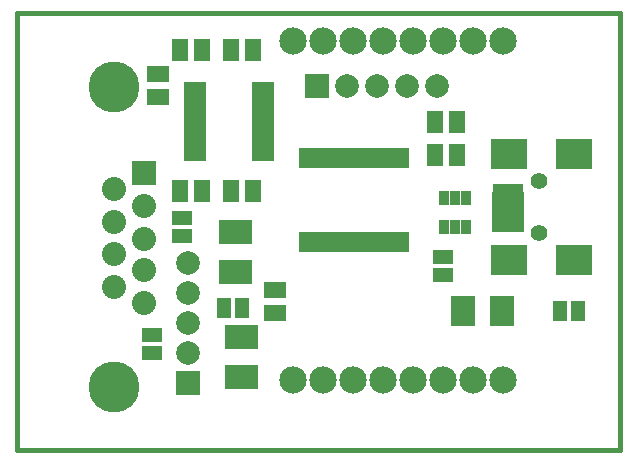
<source format=gbs>
G04 (created by PCBNEW (2013-02-27 BZR 3976)-stable) date Tue 05 Mar 2013 10:33:50 AM IST*
%MOIN*%
G04 Gerber Fmt 3.4, Leading zero omitted, Abs format*
%FSLAX34Y34*%
G01*
G70*
G90*
G04 APERTURE LIST*
%ADD10C,2.3622e-06*%
%ADD11C,0.015*%
%ADD12C,0.0909*%
%ADD13R,0.0984X0.0275*%
%ADD14R,0.1106X0.0397*%
%ADD15R,0.1184X0.0987*%
%ADD16C,0.0554*%
%ADD17R,0.0751X0.0338*%
%ADD18R,0.0377X0.0476*%
%ADD19R,0.036X0.07*%
%ADD20R,0.0318X0.0791*%
%ADD21R,0.08X0.1*%
%ADD22R,0.055X0.075*%
%ADD23R,0.075X0.055*%
%ADD24R,0.065X0.045*%
%ADD25R,0.045X0.065*%
%ADD26R,0.0791X0.0791*%
%ADD27C,0.0791*%
%ADD28C,0.17*%
%ADD29R,0.08X0.08*%
%ADD30C,0.08*%
G04 APERTURE END LIST*
G54D10*
G54D11*
X43307Y-26772D02*
X43307Y-27165D01*
X63386Y-26772D02*
X43307Y-26772D01*
X63386Y-41339D02*
X63386Y-26772D01*
X43307Y-41339D02*
X63386Y-41339D01*
X43307Y-26772D02*
X43307Y-41339D01*
G54D12*
X52500Y-39000D03*
X53500Y-39000D03*
X54500Y-39000D03*
X55500Y-39000D03*
X56500Y-39000D03*
X57500Y-39000D03*
X58500Y-39000D03*
X59500Y-39000D03*
X59500Y-27710D03*
X58500Y-27710D03*
X57500Y-27710D03*
X56500Y-27710D03*
X55500Y-27710D03*
X54500Y-27710D03*
X53500Y-27710D03*
X52500Y-27710D03*
G54D13*
X59659Y-32620D03*
G54D14*
X59659Y-32935D03*
X59659Y-33250D03*
X59659Y-33565D03*
X59659Y-33880D03*
G54D15*
X59699Y-31498D03*
X59699Y-35002D03*
X61864Y-31498D03*
X61864Y-35002D03*
G54D16*
X60683Y-32384D03*
X60683Y-34116D03*
G54D17*
X51500Y-29250D03*
X51500Y-29506D03*
X51500Y-29762D03*
X51500Y-30018D03*
X51500Y-30274D03*
X51500Y-30530D03*
X51500Y-30785D03*
X51500Y-31041D03*
X51500Y-31297D03*
X51500Y-31553D03*
X49236Y-31553D03*
X49236Y-31297D03*
X49236Y-31041D03*
X49236Y-30785D03*
X49236Y-30530D03*
X49236Y-30274D03*
X49236Y-30018D03*
X49236Y-29762D03*
X49236Y-29506D03*
X49236Y-29250D03*
G54D18*
X57525Y-32960D03*
X57899Y-32960D03*
X58273Y-32960D03*
X58273Y-33905D03*
X57899Y-33905D03*
X57525Y-33905D03*
G54D19*
X52850Y-31600D03*
X53100Y-31600D03*
X53360Y-31600D03*
X53620Y-31600D03*
X53870Y-31600D03*
X54130Y-31600D03*
X54390Y-31600D03*
X54640Y-31600D03*
X54900Y-31600D03*
X55150Y-31600D03*
X55410Y-31600D03*
X55670Y-31600D03*
X55920Y-31600D03*
X56180Y-31600D03*
X56180Y-34400D03*
X55920Y-34400D03*
X55680Y-34400D03*
X55410Y-34400D03*
X55150Y-34400D03*
X54900Y-34400D03*
X54640Y-34400D03*
X54390Y-34400D03*
X54130Y-34400D03*
X53870Y-34400D03*
X53620Y-34400D03*
X53360Y-34400D03*
X53100Y-34400D03*
X52850Y-34400D03*
G54D20*
X50406Y-37591D03*
X50662Y-37591D03*
X50918Y-37591D03*
X51174Y-37591D03*
X51174Y-38930D03*
X50918Y-38930D03*
X50662Y-38930D03*
X50406Y-38930D03*
X50206Y-34091D03*
X50462Y-34091D03*
X50718Y-34091D03*
X50974Y-34091D03*
X50974Y-35430D03*
X50718Y-35430D03*
X50462Y-35430D03*
X50206Y-35430D03*
G54D21*
X59450Y-36700D03*
X58150Y-36700D03*
G54D22*
X51175Y-28000D03*
X50425Y-28000D03*
G54D23*
X51900Y-36025D03*
X51900Y-36775D03*
G54D22*
X57225Y-30400D03*
X57975Y-30400D03*
X57225Y-31500D03*
X57975Y-31500D03*
G54D23*
X48000Y-28825D03*
X48000Y-29575D03*
G54D22*
X49475Y-32700D03*
X48725Y-32700D03*
X49475Y-28000D03*
X48725Y-28000D03*
X50425Y-32700D03*
X51175Y-32700D03*
G54D24*
X57500Y-34900D03*
X57500Y-35500D03*
G54D25*
X50800Y-36600D03*
X50200Y-36600D03*
G54D24*
X48800Y-34200D03*
X48800Y-33600D03*
X47780Y-38120D03*
X47780Y-37520D03*
G54D25*
X62000Y-36700D03*
X61400Y-36700D03*
G54D26*
X53300Y-29200D03*
G54D27*
X54300Y-29200D03*
X55300Y-29200D03*
X56300Y-29200D03*
X57300Y-29200D03*
G54D26*
X49000Y-39100D03*
G54D27*
X49000Y-38100D03*
X49000Y-37100D03*
X49000Y-36100D03*
X49000Y-35100D03*
G54D28*
X46510Y-29250D03*
X46510Y-39250D03*
G54D29*
X47510Y-32100D03*
G54D30*
X47510Y-33200D03*
X47510Y-34300D03*
X47510Y-35350D03*
X47510Y-36450D03*
X46510Y-35900D03*
X46510Y-34800D03*
X46510Y-33750D03*
X46510Y-32650D03*
M02*

</source>
